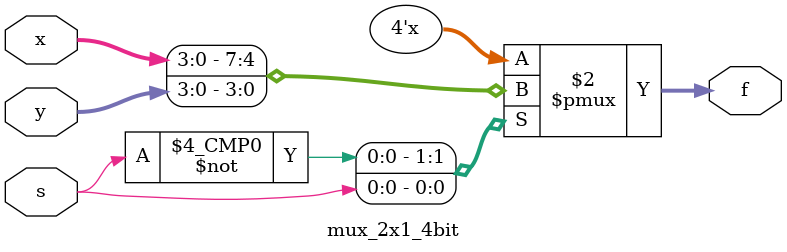
<source format=v>
module mux_2x1_4bit(
    input [3:0] x,
    input [3:0] y,
    input s,
    output reg [3:0] f
    );
    
    always@(x,y)
    begin
        case(s)    
            0: f = x;
            1: f = y;
        endcase
    end
    
endmodule
</source>
